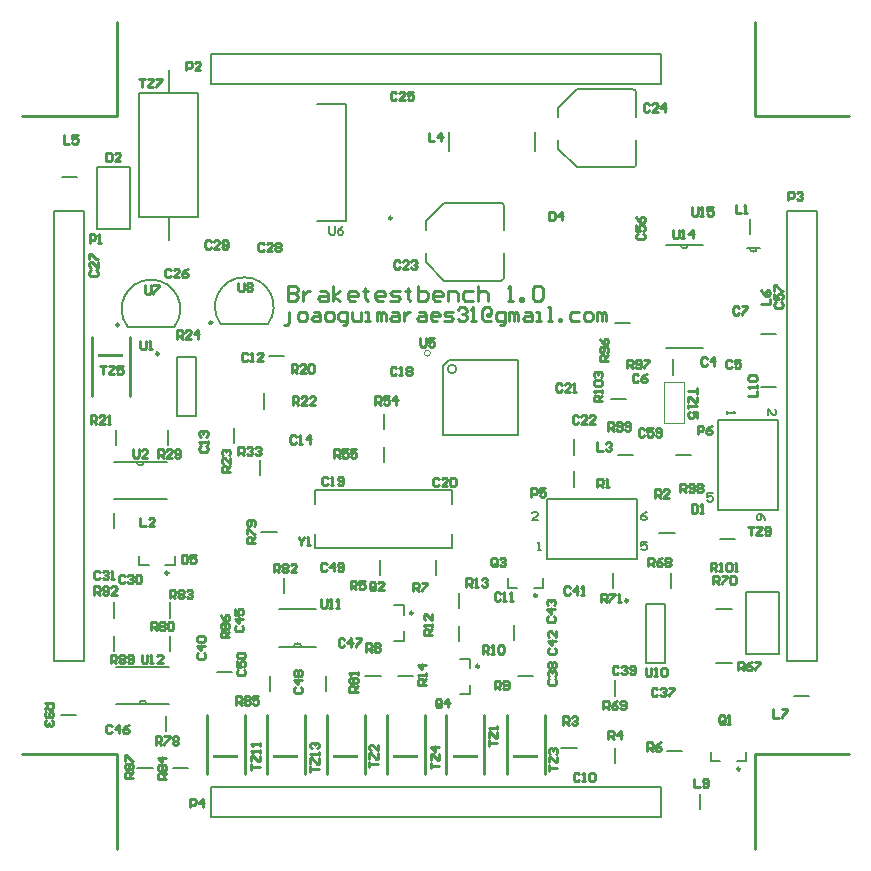
<source format=gto>
G04 Layer_Color=65535*
%FSLAX44Y44*%
%MOMM*%
G71*
G01*
G75*
%ADD41C,0.2032*%
%ADD61C,0.0000*%
%ADD62C,0.1524*%
%ADD63C,0.1500*%
%ADD64C,0.2500*%
%ADD65C,0.2000*%
%ADD66C,0.2540*%
%ADD67C,0.1270*%
%ADD68C,0.0500*%
%ADD69C,0.1999*%
G36*
X284529Y76698D02*
X263500D01*
Y79730D01*
X284529D01*
Y76698D01*
D02*
G37*
G36*
X233529D02*
X212500D01*
Y79730D01*
X233529D01*
Y76698D01*
D02*
G37*
G36*
X182729D02*
X161700D01*
Y79730D01*
X182729D01*
Y76698D01*
D02*
G37*
G36*
X335130D02*
X314100D01*
Y79730D01*
X335130D01*
Y76698D01*
D02*
G37*
G36*
X85500Y416270D02*
X64471D01*
Y419302D01*
X85500D01*
Y416270D01*
D02*
G37*
G36*
X436730Y76698D02*
X415700D01*
Y79730D01*
X436730D01*
Y76698D01*
D02*
G37*
G36*
X385530D02*
X364500D01*
Y79730D01*
X385530D01*
Y76698D01*
D02*
G37*
D41*
X629110Y278260D02*
X627925Y280630D01*
X625555Y283000D01*
X623185D01*
X622000Y281815D01*
Y279445D01*
X623185Y278260D01*
X624370D01*
X625555Y279445D01*
Y283000D01*
X584740Y301110D02*
X580000D01*
Y297555D01*
X582370Y298740D01*
X583555D01*
X584740Y297555D01*
Y295185D01*
X583555Y294000D01*
X581185D01*
X580000Y295185D01*
X631000Y367260D02*
Y372000D01*
X635740Y367260D01*
X636925D01*
X638110Y368445D01*
Y370815D01*
X636925Y372000D01*
X596520Y370320D02*
Y367950D01*
Y369135D01*
X603630D01*
X602445Y370320D01*
X528740Y285110D02*
X526370Y283925D01*
X524000Y281555D01*
Y279185D01*
X525185Y278000D01*
X527555D01*
X528740Y279185D01*
Y280370D01*
X527555Y281555D01*
X524000D01*
X528740Y260110D02*
X524000D01*
Y256555D01*
X526370Y257740D01*
X527555D01*
X528740Y256555D01*
Y254185D01*
X527555Y253000D01*
X525185D01*
X524000Y254185D01*
X436340Y277920D02*
X431600D01*
X436340Y282660D01*
Y283845D01*
X435155Y285030D01*
X432785D01*
X431600Y283845D01*
X436680Y252520D02*
X439050D01*
X437865D01*
Y259630D01*
X436680Y258445D01*
D61*
X345540Y419500D02*
G03*
X345540Y419500I-2540J0D01*
G01*
D62*
X367462Y406130D02*
G03*
X367462Y406130I-3592J0D01*
G01*
X557352Y511288D02*
G03*
X563448Y511288I3048J0D01*
G01*
X615952Y508494D02*
G03*
X622048Y508494I3048J0D01*
G01*
X236048Y170998D02*
G03*
X229952Y170998I-3048J0D01*
G01*
X105048Y122506D02*
G03*
X98952Y122506I-3048J0D01*
G01*
X96952Y327494D02*
G03*
X103048Y327494I3048J0D01*
G01*
X355960Y350250D02*
X419750D01*
Y413750D01*
X361330D02*
X419750D01*
X355960Y408380D02*
X361330Y413750D01*
X355960Y350250D02*
Y408380D01*
X544652Y423912D02*
X576148D01*
X563448Y511288D02*
X576148D01*
X557352D02*
X563448D01*
X544652D02*
X557352D01*
X613412Y508494D02*
X615952D01*
X622048D01*
X624588D01*
X216998Y170998D02*
X249002D01*
X216998Y203002D02*
X249002D01*
X79521Y153494D02*
X124479D01*
X79521Y122506D02*
X124479D01*
X77521Y296506D02*
X122479D01*
X77521Y327494D02*
X122479D01*
D63*
X520000Y640000D02*
G03*
X517000Y643000I-3000J0D01*
G01*
Y577000D02*
G03*
X520000Y580000I0J3000D01*
G01*
X408000Y544000D02*
G03*
X405000Y547000I-3000J0D01*
G01*
Y481000D02*
G03*
X408000Y484000I0J3000D01*
G01*
X469500Y643000D02*
X517000D01*
X520000Y619800D02*
Y639900D01*
X454000Y619800D02*
Y627500D01*
X469500Y643000D01*
X454000Y592500D02*
X469500Y577000D01*
X454000Y592500D02*
Y600200D01*
X520000Y580100D02*
Y600200D01*
X469500Y577000D02*
X517000D01*
X357500Y547000D02*
X405000D01*
X408000Y523800D02*
Y543900D01*
X342000Y523800D02*
Y531500D01*
X357500Y547000D01*
X342000Y496500D02*
X357500Y481000D01*
X342000Y496500D02*
Y504200D01*
X408000Y484100D02*
Y504200D01*
X357500Y481000D02*
X405000D01*
D64*
X435750Y214500D02*
G03*
X435750Y214500I-1250J0D01*
G01*
X386750Y154500D02*
G03*
X386750Y154500I-1250J0D01*
G01*
X512750Y210050D02*
G03*
X512750Y210050I-1250J0D01*
G01*
X607750Y67500D02*
G03*
X607750Y67500I-1250J0D01*
G01*
X160950Y445500D02*
G03*
X160950Y445500I-1250J0D01*
G01*
X81950Y443500D02*
G03*
X81950Y443500I-1250J0D01*
G01*
X115750Y419050D02*
G03*
X115750Y419050I-1250J0D01*
G01*
X123750Y233500D02*
G03*
X123750Y233500I-1250J0D01*
G01*
X313000Y534010D02*
G03*
X313000Y534010I-1250J0D01*
G01*
X330750Y199500D02*
G03*
X330750Y199500I-1250J0D01*
G01*
D65*
X207800Y444000D02*
G03*
X168200Y444000I-19800J15000D01*
G01*
X128800Y442000D02*
G03*
X89200Y442000I-19800J15000D01*
G01*
X159500Y647300D02*
X540500D01*
X178550Y672700D02*
X540500D01*
X159500D02*
X178550D01*
X159500Y647300D02*
Y672700D01*
X540500Y647300D02*
Y672700D01*
X549000Y220500D02*
Y233500D01*
X78000Y271500D02*
Y284500D01*
X123000Y341500D02*
Y354500D01*
X179000Y343500D02*
Y356500D01*
X588900Y286500D02*
X639700D01*
X588900Y362700D02*
X639700D01*
Y286500D02*
Y362700D01*
X588900Y286500D02*
Y362700D01*
Y286500D02*
Y335183D01*
X361500Y591000D02*
Y607000D01*
X434500Y591000D02*
Y607000D01*
X590500Y262000D02*
X603500D01*
X500000Y220500D02*
Y233500D01*
X616000Y520500D02*
Y533500D01*
X625500Y436000D02*
X638500D01*
X625500Y391000D02*
X638500D01*
X501500Y445000D02*
X514500D01*
X551000Y401500D02*
Y414500D01*
X504500Y333000D02*
X517500D01*
X553500D02*
X566500D01*
X498500Y381000D02*
X511500D01*
X306000Y355500D02*
Y368500D01*
Y327500D02*
Y340500D01*
X467000Y333500D02*
Y346500D01*
Y306500D02*
Y319500D01*
X520500Y244900D02*
Y295700D01*
X444300Y244900D02*
Y295700D01*
X520500D01*
X444300Y244900D02*
X520500D01*
X471817D02*
X520500D01*
X441000Y221000D02*
Y229000D01*
X433000Y221000D02*
X441000D01*
X411000D02*
Y229000D01*
Y221000D02*
X419000D01*
X370000Y175500D02*
Y188500D01*
Y203500D02*
Y216500D01*
X350000Y231500D02*
Y244500D01*
X303000Y231500D02*
Y244500D01*
X222000Y216500D02*
Y229500D01*
X210000Y133500D02*
Y146500D01*
X257000Y133500D02*
Y146500D01*
X290500Y146000D02*
X303500D01*
X318100D02*
X331100D01*
X371000Y161000D02*
X379000D01*
Y153000D02*
Y161000D01*
X371000Y131000D02*
X379000D01*
Y139000D01*
X419500Y146000D02*
X432500D01*
X416000Y176500D02*
Y189500D01*
X528000Y157000D02*
X544000D01*
X528000Y207000D02*
X544000D01*
Y157000D02*
Y207000D01*
X528000Y157000D02*
Y207000D01*
X502000Y129500D02*
Y142500D01*
X587500Y203000D02*
X600500D01*
X587500Y157000D02*
X600500D01*
X653500Y129000D02*
X666500D01*
X613000Y74000D02*
Y82000D01*
X605000Y74000D02*
X613000D01*
X583000D02*
Y82000D01*
Y74000D02*
X591000D01*
X545500Y83000D02*
X558500D01*
X574000Y33500D02*
Y46500D01*
X502000Y72500D02*
Y85500D01*
X456500Y85000D02*
X469500D01*
X159500Y27300D02*
X540500D01*
X178550Y52700D02*
X540500D01*
X159500D02*
X178550D01*
X159500Y27300D02*
Y52700D01*
X540500Y27300D02*
Y52700D01*
X164500Y150000D02*
X177500D01*
X202500Y268000D02*
X215500D01*
X201000Y316500D02*
Y329500D01*
X205000Y372500D02*
Y385500D01*
X208500Y417000D02*
X221500D01*
X168200Y444000D02*
X207800D01*
X89200Y442000D02*
X128800D01*
X131000Y366000D02*
X147000D01*
X131000Y416000D02*
X147000D01*
Y366000D02*
Y416000D01*
X131000Y366000D02*
Y416000D01*
X97500Y68000D02*
X110500D01*
X127500D02*
X140500D01*
X122000Y99500D02*
Y112500D01*
X32500Y113000D02*
X45500D01*
X125000Y195500D02*
Y208500D01*
Y167500D02*
Y180500D01*
X78000Y167500D02*
Y180500D01*
Y195500D02*
Y208500D01*
X129000Y240000D02*
Y248000D01*
X121000Y240000D02*
X129000D01*
X99000D02*
Y248000D01*
Y240000D02*
X107000D01*
X79000Y341500D02*
Y354500D01*
X33500Y569000D02*
X46500D01*
X27300Y159300D02*
Y540300D01*
X52700Y159300D02*
Y521250D01*
Y540300D01*
X27300D02*
X52700D01*
X27300Y159300D02*
X52700D01*
X249500Y531500D02*
X274000D01*
Y630500D01*
X249500D02*
X274000D01*
X91000Y524500D02*
Y577500D01*
X63000Y524500D02*
Y577500D01*
Y524500D02*
X91000D01*
X63000Y577500D02*
X91000D01*
X647300Y159300D02*
Y540300D01*
X672700Y159300D02*
Y521250D01*
Y540300D01*
X647300D02*
X672700D01*
X647300Y159300D02*
X672700D01*
X539500Y267000D02*
X552500D01*
X315000Y206000D02*
X323000D01*
Y198000D02*
Y206000D01*
X315000Y176000D02*
X323000D01*
Y184000D01*
X641000Y164500D02*
Y217500D01*
X613000Y164500D02*
Y217500D01*
Y164500D02*
X641000D01*
X613000Y217500D02*
X641000D01*
D66*
X410160Y63000D02*
Y113000D01*
X442240Y63000D02*
Y113000D01*
X358960Y63000D02*
Y113000D01*
X391040Y63000D02*
Y113000D01*
X308560Y63000D02*
Y113000D01*
X340640Y63000D02*
Y113000D01*
X257960Y63000D02*
Y113000D01*
X290040Y63000D02*
Y113000D01*
X206960Y63000D02*
Y113000D01*
X239040Y63000D02*
Y113000D01*
X156160Y63000D02*
Y113000D01*
X188240Y63000D02*
Y113000D01*
X0Y80000D02*
X80000D01*
X91040Y383000D02*
Y433000D01*
X58960Y383000D02*
Y433000D01*
X620000Y620000D02*
X700000D01*
X620000D02*
Y700000D01*
Y0D02*
Y80000D01*
X700000D01*
X80000Y0D02*
Y80000D01*
X0D02*
X80000D01*
X0Y620000D02*
X80000D01*
Y700000D01*
X337000Y432110D02*
Y426185D01*
X338185Y425000D01*
X340555D01*
X341740Y426185D01*
Y432110D01*
X348849D02*
X344110D01*
Y428555D01*
X346480Y429740D01*
X347665D01*
X348849Y428555D01*
Y426185D01*
X347665Y425000D01*
X345295D01*
X344110Y426185D01*
X614890Y383000D02*
X622000D01*
Y387740D01*
Y390110D02*
Y392480D01*
Y391295D01*
X614890D01*
X616075Y390110D01*
Y396034D02*
X614890Y397219D01*
Y399589D01*
X616075Y400774D01*
X620815D01*
X622000Y399589D01*
Y397219D01*
X620815Y396034D01*
X616075D01*
X569000Y59110D02*
Y52000D01*
X573740D01*
X576110Y53185D02*
X577295Y52000D01*
X579665D01*
X580849Y53185D01*
Y57925D01*
X579665Y59110D01*
X577295D01*
X576110Y57925D01*
Y56740D01*
X577295Y55555D01*
X580849D01*
X135000Y249110D02*
Y242000D01*
X138555D01*
X139740Y243185D01*
Y247925D01*
X138555Y249110D01*
X135000D01*
X146849D02*
X142110D01*
Y245555D01*
X144480Y246740D01*
X145665D01*
X146849Y245555D01*
Y243185D01*
X145665Y242000D01*
X143295D01*
X142110Y243185D01*
X35000Y604110D02*
Y597000D01*
X39740D01*
X46849Y604110D02*
X42110D01*
Y600555D01*
X44480Y601740D01*
X45665D01*
X46849Y600555D01*
Y598185D01*
X45665Y597000D01*
X43295D01*
X42110Y598185D01*
X625890Y461000D02*
X633000D01*
Y465740D01*
X625890Y472850D02*
X627075Y470480D01*
X629445Y468110D01*
X631815D01*
X633000Y469295D01*
Y471665D01*
X631815Y472850D01*
X630630D01*
X629445Y471665D01*
Y468110D01*
X636000Y118110D02*
Y111000D01*
X640740D01*
X643110Y118110D02*
X647850D01*
Y116925D01*
X643110Y112185D01*
Y111000D01*
X234000Y264110D02*
Y262925D01*
X236370Y260555D01*
X238740Y262925D01*
Y264110D01*
X236370Y260555D02*
Y257000D01*
X241110D02*
X243480D01*
X242295D01*
Y264110D01*
X241110Y262925D01*
X567000Y543110D02*
Y537185D01*
X568185Y536000D01*
X570555D01*
X571740Y537185D01*
Y543110D01*
X574110Y536000D02*
X576480D01*
X575295D01*
Y543110D01*
X574110Y541925D01*
X584774Y543110D02*
X580034D01*
Y539555D01*
X582404Y540740D01*
X583589D01*
X584774Y539555D01*
Y537185D01*
X583589Y536000D01*
X581219D01*
X580034Y537185D01*
X551000Y524110D02*
Y518185D01*
X552185Y517000D01*
X554555D01*
X555740Y518185D01*
Y524110D01*
X558110Y517000D02*
X560480D01*
X559295D01*
Y524110D01*
X558110Y522925D01*
X567589Y517000D02*
Y524110D01*
X564034Y520555D01*
X568774D01*
X253000Y211110D02*
Y205185D01*
X254185Y204000D01*
X256555D01*
X257740Y205185D01*
Y211110D01*
X260110Y204000D02*
X262480D01*
X261295D01*
Y211110D01*
X260110Y209925D01*
X266034Y204000D02*
X268404D01*
X267219D01*
Y211110D01*
X266034Y209925D01*
X528000Y153110D02*
Y147185D01*
X529185Y146000D01*
X531555D01*
X532740Y147185D01*
Y153110D01*
X535110Y146000D02*
X537480D01*
X536295D01*
Y153110D01*
X535110Y151925D01*
X541035D02*
X542219Y153110D01*
X544589D01*
X545774Y151925D01*
Y147185D01*
X544589Y146000D01*
X542219D01*
X541035Y147185D01*
Y151925D01*
X183000Y479110D02*
Y473185D01*
X184185Y472000D01*
X186555D01*
X187740Y473185D01*
Y479110D01*
X190110Y477925D02*
X191295Y479110D01*
X193664D01*
X194849Y477925D01*
Y476740D01*
X193664Y475555D01*
X194849Y474370D01*
Y473185D01*
X193664Y472000D01*
X191295D01*
X190110Y473185D01*
Y474370D01*
X191295Y475555D01*
X190110Y476740D01*
Y477925D01*
X191295Y475555D02*
X193664D01*
X104000Y477110D02*
Y471185D01*
X105185Y470000D01*
X107555D01*
X108740Y471185D01*
Y477110D01*
X111110D02*
X115850D01*
Y475925D01*
X111110Y471185D01*
Y470000D01*
X94000Y338110D02*
Y332185D01*
X95185Y331000D01*
X97555D01*
X98740Y332185D01*
Y338110D01*
X105850Y331000D02*
X101110D01*
X105850Y335740D01*
Y336925D01*
X104664Y338110D01*
X102295D01*
X101110Y336925D01*
X100000Y430110D02*
Y424185D01*
X101185Y423000D01*
X103555D01*
X104740Y424185D01*
Y430110D01*
X107110Y423000D02*
X109480D01*
X108295D01*
Y430110D01*
X107110Y428925D01*
X571110Y390000D02*
Y385260D01*
Y387630D01*
X564000D01*
X571110Y382890D02*
Y378150D01*
X569925D01*
X565185Y382890D01*
X564000D01*
Y378150D01*
Y375781D02*
Y373411D01*
Y374596D01*
X571110D01*
X569925Y375781D01*
X571110Y365116D02*
Y369856D01*
X567555D01*
X568740Y367486D01*
Y366301D01*
X567555Y365116D01*
X565185D01*
X564000Y366301D01*
Y368671D01*
X565185Y369856D01*
X243890Y65000D02*
Y69740D01*
Y67370D01*
X251000D01*
X243890Y72110D02*
Y76849D01*
X245075D01*
X249815Y72110D01*
X251000D01*
Y76849D01*
Y79219D02*
Y81589D01*
Y80404D01*
X243890D01*
X245075Y79219D01*
Y85144D02*
X243890Y86329D01*
Y88699D01*
X245075Y89884D01*
X246260D01*
X247445Y88699D01*
Y87514D01*
Y88699D01*
X248630Y89884D01*
X249815D01*
X251000Y88699D01*
Y86329D01*
X249815Y85144D01*
X193890Y67000D02*
Y71740D01*
Y69370D01*
X201000D01*
X193890Y74110D02*
Y78850D01*
X195075D01*
X199815Y74110D01*
X201000D01*
Y78850D01*
Y81219D02*
Y83589D01*
Y82404D01*
X193890D01*
X195075Y81219D01*
X201000Y87144D02*
Y89514D01*
Y88329D01*
X193890D01*
X195075Y87144D01*
X614483Y272347D02*
X619223D01*
X616853D01*
Y265237D01*
X621593Y272347D02*
X626333D01*
Y271162D01*
X621593Y266422D01*
Y265237D01*
X626333D01*
X628703Y266422D02*
X629888Y265237D01*
X632258D01*
X633442Y266422D01*
Y271162D01*
X632258Y272347D01*
X629888D01*
X628703Y271162D01*
Y269977D01*
X629888Y268792D01*
X633442D01*
X99000Y652109D02*
X103740D01*
X101370D01*
Y644999D01*
X106110Y652109D02*
X110850D01*
Y650924D01*
X106110Y646184D01*
Y644999D01*
X110850D01*
X113219Y652109D02*
X117959D01*
Y650924D01*
X113219Y646184D01*
Y644999D01*
X66000Y409110D02*
X70740D01*
X68370D01*
Y402000D01*
X73110Y409110D02*
X77849D01*
Y407925D01*
X73110Y403185D01*
Y402000D01*
X77849D01*
X84959Y409110D02*
X80219D01*
Y405555D01*
X82589Y406740D01*
X83774D01*
X84959Y405555D01*
Y403185D01*
X83774Y402000D01*
X81404D01*
X80219Y403185D01*
X345890Y68000D02*
Y72740D01*
Y70370D01*
X353000D01*
X345890Y75110D02*
Y79850D01*
X347075D01*
X351815Y75110D01*
X353000D01*
Y79850D01*
Y85774D02*
X345890D01*
X349445Y82219D01*
Y86959D01*
X445890Y66000D02*
Y70740D01*
Y68370D01*
X453000D01*
X445890Y73110D02*
Y77849D01*
X447075D01*
X451815Y73110D01*
X453000D01*
Y77849D01*
X447075Y80219D02*
X445890Y81404D01*
Y83774D01*
X447075Y84959D01*
X448260D01*
X449445Y83774D01*
Y82589D01*
Y83774D01*
X450630Y84959D01*
X451815D01*
X453000Y83774D01*
Y81404D01*
X451815Y80219D01*
X293890Y69000D02*
Y73740D01*
Y71370D01*
X301000D01*
X293890Y76110D02*
Y80850D01*
X295075D01*
X299815Y76110D01*
X301000D01*
Y80850D01*
Y87959D02*
Y83219D01*
X296260Y87959D01*
X295075D01*
X293890Y86774D01*
Y84404D01*
X295075Y83219D01*
X394890Y87000D02*
Y91740D01*
Y89370D01*
X402000D01*
X394890Y94110D02*
Y98849D01*
X396075D01*
X400815Y94110D01*
X402000D01*
Y98849D01*
Y101219D02*
Y103589D01*
Y102404D01*
X394890D01*
X396075Y101219D01*
X491000Y379000D02*
X483890D01*
Y382555D01*
X485075Y383740D01*
X487445D01*
X488630Y382555D01*
Y379000D01*
Y381370D02*
X491000Y383740D01*
Y386110D02*
Y388480D01*
Y387295D01*
X483890D01*
X485075Y386110D01*
Y392034D02*
X483890Y393219D01*
Y395589D01*
X485075Y396774D01*
X489815D01*
X491000Y395589D01*
Y393219D01*
X489815Y392034D01*
X485075D01*
Y399144D02*
X483890Y400329D01*
Y402699D01*
X485075Y403884D01*
X486260D01*
X487445Y402699D01*
Y401514D01*
Y402699D01*
X488630Y403884D01*
X489815D01*
X491000Y402699D01*
Y400329D01*
X489815Y399144D01*
X583000Y235000D02*
Y242110D01*
X586555D01*
X587740Y240925D01*
Y238555D01*
X586555Y237370D01*
X583000D01*
X585370D02*
X587740Y235000D01*
X590110D02*
X592480D01*
X591295D01*
Y242110D01*
X590110Y240925D01*
X596034D02*
X597219Y242110D01*
X599589D01*
X600774Y240925D01*
Y236185D01*
X599589Y235000D01*
X597219D01*
X596034Y236185D01*
Y240925D01*
X603144Y235000D02*
X605514D01*
X604329D01*
Y242110D01*
X603144Y240925D01*
X496000Y354000D02*
Y361110D01*
X499555D01*
X500740Y359925D01*
Y357555D01*
X499555Y356370D01*
X496000D01*
X498370D02*
X500740Y354000D01*
X503110Y355185D02*
X504295Y354000D01*
X506665D01*
X507850Y355185D01*
Y359925D01*
X506665Y361110D01*
X504295D01*
X503110Y359925D01*
Y358740D01*
X504295Y357555D01*
X507850D01*
X510219Y355185D02*
X511404Y354000D01*
X513774D01*
X514959Y355185D01*
Y359925D01*
X513774Y361110D01*
X511404D01*
X510219Y359925D01*
Y358740D01*
X511404Y357555D01*
X514959D01*
X557000Y302000D02*
Y309110D01*
X560555D01*
X561740Y307925D01*
Y305555D01*
X560555Y304370D01*
X557000D01*
X559370D02*
X561740Y302000D01*
X564110Y303185D02*
X565295Y302000D01*
X567664D01*
X568849Y303185D01*
Y307925D01*
X567664Y309110D01*
X565295D01*
X564110Y307925D01*
Y306740D01*
X565295Y305555D01*
X568849D01*
X571219Y307925D02*
X572404Y309110D01*
X574774D01*
X575959Y307925D01*
Y306740D01*
X574774Y305555D01*
X575959Y304370D01*
Y303185D01*
X574774Y302000D01*
X572404D01*
X571219Y303185D01*
Y304370D01*
X572404Y305555D01*
X571219Y306740D01*
Y307925D01*
X572404Y305555D02*
X574774D01*
X512000Y407000D02*
Y414110D01*
X515555D01*
X516740Y412925D01*
Y410555D01*
X515555Y409370D01*
X512000D01*
X514370D02*
X516740Y407000D01*
X519110Y408185D02*
X520295Y407000D01*
X522664D01*
X523849Y408185D01*
Y412925D01*
X522664Y414110D01*
X520295D01*
X519110Y412925D01*
Y411740D01*
X520295Y410555D01*
X523849D01*
X526219Y414110D02*
X530959D01*
Y412925D01*
X526219Y408185D01*
Y407000D01*
X496000Y413000D02*
X488890D01*
Y416555D01*
X490075Y417740D01*
X492445D01*
X493630Y416555D01*
Y413000D01*
Y415370D02*
X496000Y417740D01*
X494815Y420110D02*
X496000Y421295D01*
Y423665D01*
X494815Y424850D01*
X490075D01*
X488890Y423665D01*
Y421295D01*
X490075Y420110D01*
X491260D01*
X492445Y421295D01*
Y424850D01*
X488890Y431959D02*
X490075Y429589D01*
X492445Y427219D01*
X494815D01*
X496000Y428404D01*
Y430774D01*
X494815Y431959D01*
X493630D01*
X492445Y430774D01*
Y427219D01*
X19000Y123000D02*
X26110D01*
Y119445D01*
X24925Y118260D01*
X22555D01*
X21370Y119445D01*
Y123000D01*
Y120630D02*
X19000Y118260D01*
X20185Y115890D02*
X19000Y114705D01*
Y112336D01*
X20185Y111151D01*
X24925D01*
X26110Y112336D01*
Y114705D01*
X24925Y115890D01*
X23740D01*
X22555Y114705D01*
Y111151D01*
X24925Y108781D02*
X26110Y107596D01*
Y105226D01*
X24925Y104041D01*
X23740D01*
X22555Y105226D01*
Y106411D01*
Y105226D01*
X21370Y104041D01*
X20185D01*
X19000Y105226D01*
Y107596D01*
X20185Y108781D01*
X61000Y215000D02*
Y222110D01*
X64555D01*
X65740Y220925D01*
Y218555D01*
X64555Y217370D01*
X61000D01*
X63370D02*
X65740Y215000D01*
X68110Y216185D02*
X69295Y215000D01*
X71665D01*
X72849Y216185D01*
Y220925D01*
X71665Y222110D01*
X69295D01*
X68110Y220925D01*
Y219740D01*
X69295Y218555D01*
X72849D01*
X79959Y215000D02*
X75219D01*
X79959Y219740D01*
Y220925D01*
X78774Y222110D01*
X76404D01*
X75219Y220925D01*
X75000Y157000D02*
Y164110D01*
X78555D01*
X79740Y162925D01*
Y160555D01*
X78555Y159370D01*
X75000D01*
X77370D02*
X79740Y157000D01*
X82110Y162925D02*
X83295Y164110D01*
X85665D01*
X86849Y162925D01*
Y161740D01*
X85665Y160555D01*
X86849Y159370D01*
Y158185D01*
X85665Y157000D01*
X83295D01*
X82110Y158185D01*
Y159370D01*
X83295Y160555D01*
X82110Y161740D01*
Y162925D01*
X83295Y160555D02*
X85665D01*
X89219Y158185D02*
X90404Y157000D01*
X92774D01*
X93959Y158185D01*
Y162925D01*
X92774Y164110D01*
X90404D01*
X89219Y162925D01*
Y161740D01*
X90404Y160555D01*
X93959D01*
X94000Y60000D02*
X86890D01*
Y63555D01*
X88075Y64740D01*
X90445D01*
X91630Y63555D01*
Y60000D01*
Y62370D02*
X94000Y64740D01*
X88075Y67110D02*
X86890Y68295D01*
Y70665D01*
X88075Y71849D01*
X89260D01*
X90445Y70665D01*
X91630Y71849D01*
X92815D01*
X94000Y70665D01*
Y68295D01*
X92815Y67110D01*
X91630D01*
X90445Y68295D01*
X89260Y67110D01*
X88075D01*
X90445Y68295D02*
Y70665D01*
X86890Y74219D02*
Y78959D01*
X88075D01*
X92815Y74219D01*
X94000D01*
X175000Y179000D02*
X167890D01*
Y182555D01*
X169075Y183740D01*
X171445D01*
X172630Y182555D01*
Y179000D01*
Y181370D02*
X175000Y183740D01*
X169075Y186110D02*
X167890Y187295D01*
Y189664D01*
X169075Y190849D01*
X170260D01*
X171445Y189664D01*
X172630Y190849D01*
X173815D01*
X175000Y189664D01*
Y187295D01*
X173815Y186110D01*
X172630D01*
X171445Y187295D01*
X170260Y186110D01*
X169075D01*
X171445Y187295D02*
Y189664D01*
X167890Y197959D02*
X169075Y195589D01*
X171445Y193219D01*
X173815D01*
X175000Y194404D01*
Y196774D01*
X173815Y197959D01*
X172630D01*
X171445Y196774D01*
Y193219D01*
X181000Y122000D02*
Y129110D01*
X184555D01*
X185740Y127925D01*
Y125555D01*
X184555Y124370D01*
X181000D01*
X183370D02*
X185740Y122000D01*
X188110Y127925D02*
X189295Y129110D01*
X191665D01*
X192850Y127925D01*
Y126740D01*
X191665Y125555D01*
X192850Y124370D01*
Y123185D01*
X191665Y122000D01*
X189295D01*
X188110Y123185D01*
Y124370D01*
X189295Y125555D01*
X188110Y126740D01*
Y127925D01*
X189295Y125555D02*
X191665D01*
X199959Y129110D02*
X195219D01*
Y125555D01*
X197589Y126740D01*
X198774D01*
X199959Y125555D01*
Y123185D01*
X198774Y122000D01*
X196404D01*
X195219Y123185D01*
X122000Y59000D02*
X114890D01*
Y62555D01*
X116075Y63740D01*
X118445D01*
X119630Y62555D01*
Y59000D01*
Y61370D02*
X122000Y63740D01*
X116075Y66110D02*
X114890Y67295D01*
Y69665D01*
X116075Y70849D01*
X117260D01*
X118445Y69665D01*
X119630Y70849D01*
X120815D01*
X122000Y69665D01*
Y67295D01*
X120815Y66110D01*
X119630D01*
X118445Y67295D01*
X117260Y66110D01*
X116075D01*
X118445Y67295D02*
Y69665D01*
X122000Y76774D02*
X114890D01*
X118445Y73219D01*
Y77959D01*
X125000Y212000D02*
Y219110D01*
X128555D01*
X129740Y217925D01*
Y215555D01*
X128555Y214370D01*
X125000D01*
X127370D02*
X129740Y212000D01*
X132110Y217925D02*
X133295Y219110D01*
X135665D01*
X136849Y217925D01*
Y216740D01*
X135665Y215555D01*
X136849Y214370D01*
Y213185D01*
X135665Y212000D01*
X133295D01*
X132110Y213185D01*
Y214370D01*
X133295Y215555D01*
X132110Y216740D01*
Y217925D01*
X133295Y215555D02*
X135665D01*
X139219Y217925D02*
X140404Y219110D01*
X142774D01*
X143959Y217925D01*
Y216740D01*
X142774Y215555D01*
X141589D01*
X142774D01*
X143959Y214370D01*
Y213185D01*
X142774Y212000D01*
X140404D01*
X139219Y213185D01*
X284000Y133000D02*
X276890D01*
Y136555D01*
X278075Y137740D01*
X280445D01*
X281630Y136555D01*
Y133000D01*
Y135370D02*
X284000Y137740D01*
X278075Y140110D02*
X276890Y141295D01*
Y143665D01*
X278075Y144850D01*
X279260D01*
X280445Y143665D01*
X281630Y144850D01*
X282815D01*
X284000Y143665D01*
Y141295D01*
X282815Y140110D01*
X281630D01*
X280445Y141295D01*
X279260Y140110D01*
X278075D01*
X280445Y141295D02*
Y143665D01*
X284000Y147219D02*
Y149589D01*
Y148404D01*
X276890D01*
X278075Y147219D01*
X109000Y185000D02*
Y192110D01*
X112555D01*
X113740Y190925D01*
Y188555D01*
X112555Y187370D01*
X109000D01*
X111370D02*
X113740Y185000D01*
X116110Y190925D02*
X117295Y192110D01*
X119665D01*
X120850Y190925D01*
Y189740D01*
X119665Y188555D01*
X120850Y187370D01*
Y186185D01*
X119665Y185000D01*
X117295D01*
X116110Y186185D01*
Y187370D01*
X117295Y188555D01*
X116110Y189740D01*
Y190925D01*
X117295Y188555D02*
X119665D01*
X123219Y190925D02*
X124404Y192110D01*
X126774D01*
X127959Y190925D01*
Y186185D01*
X126774Y185000D01*
X124404D01*
X123219Y186185D01*
Y190925D01*
X197000Y259000D02*
X189890D01*
Y262555D01*
X191075Y263740D01*
X193445D01*
X194630Y262555D01*
Y259000D01*
Y261370D02*
X197000Y263740D01*
X189890Y266110D02*
Y270849D01*
X191075D01*
X195815Y266110D01*
X197000D01*
X195815Y273219D02*
X197000Y274404D01*
Y276774D01*
X195815Y277959D01*
X191075D01*
X189890Y276774D01*
Y274404D01*
X191075Y273219D01*
X192260D01*
X193445Y274404D01*
Y277959D01*
X113000Y88000D02*
Y95110D01*
X116555D01*
X117740Y93925D01*
Y91555D01*
X116555Y90370D01*
X113000D01*
X115370D02*
X117740Y88000D01*
X120110Y95110D02*
X124850D01*
Y93925D01*
X120110Y89185D01*
Y88000D01*
X127219Y93925D02*
X128404Y95110D01*
X130774D01*
X131959Y93925D01*
Y92740D01*
X130774Y91555D01*
X131959Y90370D01*
Y89185D01*
X130774Y88000D01*
X128404D01*
X127219Y89185D01*
Y90370D01*
X128404Y91555D01*
X127219Y92740D01*
Y93925D01*
X128404Y91555D02*
X130774D01*
X490000Y209000D02*
Y216110D01*
X493555D01*
X494740Y214925D01*
Y212555D01*
X493555Y211370D01*
X490000D01*
X492370D02*
X494740Y209000D01*
X497110Y216110D02*
X501850D01*
Y214925D01*
X497110Y210185D01*
Y209000D01*
X504219D02*
X506589D01*
X505404D01*
Y216110D01*
X504219Y214925D01*
X585000Y224000D02*
Y231110D01*
X588555D01*
X589740Y229925D01*
Y227555D01*
X588555Y226370D01*
X585000D01*
X587370D02*
X589740Y224000D01*
X592110Y231110D02*
X596850D01*
Y229925D01*
X592110Y225185D01*
Y224000D01*
X599219Y229925D02*
X600404Y231110D01*
X602774D01*
X603959Y229925D01*
Y225185D01*
X602774Y224000D01*
X600404D01*
X599219Y225185D01*
Y229925D01*
X492000Y118000D02*
Y125110D01*
X495555D01*
X496740Y123925D01*
Y121555D01*
X495555Y120370D01*
X492000D01*
X494370D02*
X496740Y118000D01*
X503849Y125110D02*
X501480Y123925D01*
X499110Y121555D01*
Y119185D01*
X500295Y118000D01*
X502665D01*
X503849Y119185D01*
Y120370D01*
X502665Y121555D01*
X499110D01*
X506219Y119185D02*
X507404Y118000D01*
X509774D01*
X510959Y119185D01*
Y123925D01*
X509774Y125110D01*
X507404D01*
X506219Y123925D01*
Y122740D01*
X507404Y121555D01*
X510959D01*
X530000Y239000D02*
Y246110D01*
X533555D01*
X534740Y244925D01*
Y242555D01*
X533555Y241370D01*
X530000D01*
X532370D02*
X534740Y239000D01*
X541850Y246110D02*
X539480Y244925D01*
X537110Y242555D01*
Y240185D01*
X538295Y239000D01*
X540665D01*
X541850Y240185D01*
Y241370D01*
X540665Y242555D01*
X537110D01*
X544219Y244925D02*
X545404Y246110D01*
X547774D01*
X548959Y244925D01*
Y243740D01*
X547774Y242555D01*
X548959Y241370D01*
Y240185D01*
X547774Y239000D01*
X545404D01*
X544219Y240185D01*
Y241370D01*
X545404Y242555D01*
X544219Y243740D01*
Y244925D01*
X545404Y242555D02*
X547774D01*
X606000Y151000D02*
Y158110D01*
X609555D01*
X610740Y156925D01*
Y154555D01*
X609555Y153370D01*
X606000D01*
X608370D02*
X610740Y151000D01*
X617850Y158110D02*
X615480Y156925D01*
X613110Y154555D01*
Y152185D01*
X614295Y151000D01*
X616665D01*
X617850Y152185D01*
Y153370D01*
X616665Y154555D01*
X613110D01*
X620219Y158110D02*
X624959D01*
Y156925D01*
X620219Y152185D01*
Y151000D01*
X264000Y331000D02*
Y338110D01*
X267555D01*
X268740Y336925D01*
Y334555D01*
X267555Y333370D01*
X264000D01*
X266370D02*
X268740Y331000D01*
X275849Y338110D02*
X271110D01*
Y334555D01*
X273480Y335740D01*
X274665D01*
X275849Y334555D01*
Y332185D01*
X274665Y331000D01*
X272295D01*
X271110Y332185D01*
X282959Y338110D02*
X278219D01*
Y334555D01*
X280589Y335740D01*
X281774D01*
X282959Y334555D01*
Y332185D01*
X281774Y331000D01*
X279404D01*
X278219Y332185D01*
X299000Y376000D02*
Y383110D01*
X302555D01*
X303740Y381925D01*
Y379555D01*
X302555Y378370D01*
X299000D01*
X301370D02*
X303740Y376000D01*
X310849Y383110D02*
X306110D01*
Y379555D01*
X308480Y380740D01*
X309665D01*
X310849Y379555D01*
Y377185D01*
X309665Y376000D01*
X307295D01*
X306110Y377185D01*
X316774Y376000D02*
Y383110D01*
X313219Y379555D01*
X317959D01*
X183000Y333000D02*
Y340110D01*
X186555D01*
X187740Y338925D01*
Y336555D01*
X186555Y335370D01*
X183000D01*
X185370D02*
X187740Y333000D01*
X190110Y338925D02*
X191295Y340110D01*
X193664D01*
X194849Y338925D01*
Y337740D01*
X193664Y336555D01*
X192480D01*
X193664D01*
X194849Y335370D01*
Y334185D01*
X193664Y333000D01*
X191295D01*
X190110Y334185D01*
X197219Y338925D02*
X198404Y340110D01*
X200774D01*
X201959Y338925D01*
Y337740D01*
X200774Y336555D01*
X199589D01*
X200774D01*
X201959Y335370D01*
Y334185D01*
X200774Y333000D01*
X198404D01*
X197219Y334185D01*
X115000Y331000D02*
Y338110D01*
X118555D01*
X119740Y336925D01*
Y334555D01*
X118555Y333370D01*
X115000D01*
X117370D02*
X119740Y331000D01*
X126849D02*
X122110D01*
X126849Y335740D01*
Y336925D01*
X125665Y338110D01*
X123295D01*
X122110Y336925D01*
X129219Y332185D02*
X130404Y331000D01*
X132774D01*
X133959Y332185D01*
Y336925D01*
X132774Y338110D01*
X130404D01*
X129219Y336925D01*
Y335740D01*
X130404Y334555D01*
X133959D01*
X131000Y432000D02*
Y439110D01*
X134555D01*
X135740Y437925D01*
Y435555D01*
X134555Y434370D01*
X131000D01*
X133370D02*
X135740Y432000D01*
X142850D02*
X138110D01*
X142850Y436740D01*
Y437925D01*
X141664Y439110D01*
X139295D01*
X138110Y437925D01*
X148774Y432000D02*
Y439110D01*
X145219Y435555D01*
X149959D01*
X176000Y319000D02*
X168890D01*
Y322555D01*
X170075Y323740D01*
X172445D01*
X173630Y322555D01*
Y319000D01*
Y321370D02*
X176000Y323740D01*
Y330849D02*
Y326110D01*
X171260Y330849D01*
X170075D01*
X168890Y329664D01*
Y327295D01*
X170075Y326110D01*
Y333219D02*
X168890Y334404D01*
Y336774D01*
X170075Y337959D01*
X171260D01*
X172445Y336774D01*
Y335589D01*
Y336774D01*
X173630Y337959D01*
X174815D01*
X176000Y336774D01*
Y334404D01*
X174815Y333219D01*
X229000Y376000D02*
Y383110D01*
X232555D01*
X233740Y381925D01*
Y379555D01*
X232555Y378370D01*
X229000D01*
X231370D02*
X233740Y376000D01*
X240849D02*
X236110D01*
X240849Y380740D01*
Y381925D01*
X239664Y383110D01*
X237295D01*
X236110Y381925D01*
X247959Y376000D02*
X243219D01*
X247959Y380740D01*
Y381925D01*
X246774Y383110D01*
X244404D01*
X243219Y381925D01*
X58000Y360000D02*
Y367110D01*
X61555D01*
X62740Y365925D01*
Y363555D01*
X61555Y362370D01*
X58000D01*
X60370D02*
X62740Y360000D01*
X69850D02*
X65110D01*
X69850Y364740D01*
Y365925D01*
X68665Y367110D01*
X66295D01*
X65110Y365925D01*
X72219Y360000D02*
X74589D01*
X73404D01*
Y367110D01*
X72219Y365925D01*
X228000Y403000D02*
Y410110D01*
X231555D01*
X232740Y408925D01*
Y406555D01*
X231555Y405370D01*
X228000D01*
X230370D02*
X232740Y403000D01*
X239849D02*
X235110D01*
X239849Y407740D01*
Y408925D01*
X238664Y410110D01*
X236295D01*
X235110Y408925D01*
X242219D02*
X243404Y410110D01*
X245774D01*
X246959Y408925D01*
Y404185D01*
X245774Y403000D01*
X243404D01*
X242219Y404185D01*
Y408925D01*
X342000Y139000D02*
X334890D01*
Y142555D01*
X336075Y143740D01*
X338445D01*
X339630Y142555D01*
Y139000D01*
Y141370D02*
X342000Y143740D01*
Y146110D02*
Y148480D01*
Y147295D01*
X334890D01*
X336075Y146110D01*
X342000Y155589D02*
X334890D01*
X338445Y152034D01*
Y156774D01*
X376000Y222000D02*
Y229110D01*
X379555D01*
X380740Y227925D01*
Y225555D01*
X379555Y224370D01*
X376000D01*
X378370D02*
X380740Y222000D01*
X383110D02*
X385480D01*
X384295D01*
Y229110D01*
X383110Y227925D01*
X389035D02*
X390219Y229110D01*
X392589D01*
X393774Y227925D01*
Y226740D01*
X392589Y225555D01*
X391404D01*
X392589D01*
X393774Y224370D01*
Y223185D01*
X392589Y222000D01*
X390219D01*
X389035Y223185D01*
X347000Y181000D02*
X339890D01*
Y184555D01*
X341075Y185740D01*
X343445D01*
X344630Y184555D01*
Y181000D01*
Y183370D02*
X347000Y185740D01*
Y188110D02*
Y190480D01*
Y189295D01*
X339890D01*
X341075Y188110D01*
X347000Y198774D02*
Y194034D01*
X342260Y198774D01*
X341075D01*
X339890Y197589D01*
Y195219D01*
X341075Y194034D01*
X390000Y165000D02*
Y172110D01*
X393555D01*
X394740Y170925D01*
Y168555D01*
X393555Y167370D01*
X390000D01*
X392370D02*
X394740Y165000D01*
X397110D02*
X399480D01*
X398295D01*
Y172110D01*
X397110Y170925D01*
X403034D02*
X404219Y172110D01*
X406589D01*
X407774Y170925D01*
Y166185D01*
X406589Y165000D01*
X404219D01*
X403034Y166185D01*
Y170925D01*
X400000Y135000D02*
Y142110D01*
X403555D01*
X404740Y140925D01*
Y138555D01*
X403555Y137370D01*
X400000D01*
X402370D02*
X404740Y135000D01*
X407110Y136185D02*
X408295Y135000D01*
X410664D01*
X411850Y136185D01*
Y140925D01*
X410664Y142110D01*
X408295D01*
X407110Y140925D01*
Y139740D01*
X408295Y138555D01*
X411850D01*
X291000Y167000D02*
Y174110D01*
X294555D01*
X295740Y172925D01*
Y170555D01*
X294555Y169370D01*
X291000D01*
X293370D02*
X295740Y167000D01*
X298110Y172925D02*
X299295Y174110D01*
X301665D01*
X302850Y172925D01*
Y171740D01*
X301665Y170555D01*
X302850Y169370D01*
Y168185D01*
X301665Y167000D01*
X299295D01*
X298110Y168185D01*
Y169370D01*
X299295Y170555D01*
X298110Y171740D01*
Y172925D01*
X299295Y170555D02*
X301665D01*
X331000Y218000D02*
Y225110D01*
X334555D01*
X335740Y223925D01*
Y221555D01*
X334555Y220370D01*
X331000D01*
X333370D02*
X335740Y218000D01*
X338110Y225110D02*
X342850D01*
Y223925D01*
X338110Y219185D01*
Y218000D01*
X529000Y83000D02*
Y90110D01*
X532555D01*
X533740Y88925D01*
Y86555D01*
X532555Y85370D01*
X529000D01*
X531370D02*
X533740Y83000D01*
X540849Y90110D02*
X538480Y88925D01*
X536110Y86555D01*
Y84185D01*
X537295Y83000D01*
X539665D01*
X540849Y84185D01*
Y85370D01*
X539665Y86555D01*
X536110D01*
X278000Y220000D02*
Y227110D01*
X281555D01*
X282740Y225925D01*
Y223555D01*
X281555Y222370D01*
X278000D01*
X280370D02*
X282740Y220000D01*
X289849Y227110D02*
X285110D01*
Y223555D01*
X287480Y224740D01*
X288664D01*
X289849Y223555D01*
Y221185D01*
X288664Y220000D01*
X286295D01*
X285110Y221185D01*
X496000Y93000D02*
Y100110D01*
X499555D01*
X500740Y98925D01*
Y96555D01*
X499555Y95370D01*
X496000D01*
X498370D02*
X500740Y93000D01*
X506665D02*
Y100110D01*
X503110Y96555D01*
X507850D01*
X458000Y105000D02*
Y112110D01*
X461555D01*
X462740Y110925D01*
Y108555D01*
X461555Y107370D01*
X458000D01*
X460370D02*
X462740Y105000D01*
X465110Y110925D02*
X466295Y112110D01*
X468665D01*
X469850Y110925D01*
Y109740D01*
X468665Y108555D01*
X467480D01*
X468665D01*
X469850Y107370D01*
Y106185D01*
X468665Y105000D01*
X466295D01*
X465110Y106185D01*
X535666Y297190D02*
Y304300D01*
X539221D01*
X540406Y303115D01*
Y300745D01*
X539221Y299560D01*
X535666D01*
X538036D02*
X540406Y297190D01*
X547515D02*
X542776D01*
X547515Y301930D01*
Y303115D01*
X546331Y304300D01*
X543961D01*
X542776Y303115D01*
X487000Y306000D02*
Y313110D01*
X490555D01*
X491740Y311925D01*
Y309555D01*
X490555Y308370D01*
X487000D01*
X489370D02*
X491740Y306000D01*
X494110D02*
X496480D01*
X495295D01*
Y313110D01*
X494110Y311925D01*
X354740Y121185D02*
Y125925D01*
X353555Y127110D01*
X351185D01*
X350000Y125925D01*
Y121185D01*
X351185Y120000D01*
X353555D01*
X352370Y122370D02*
X354740Y120000D01*
X353555D02*
X354740Y121185D01*
X360665Y120000D02*
Y127110D01*
X357110Y123555D01*
X361850D01*
X401740Y240185D02*
Y244925D01*
X400555Y246110D01*
X398185D01*
X397000Y244925D01*
Y240185D01*
X398185Y239000D01*
X400555D01*
X399370Y241370D02*
X401740Y239000D01*
X400555D02*
X401740Y240185D01*
X404110Y244925D02*
X405295Y246110D01*
X407664D01*
X408849Y244925D01*
Y243740D01*
X407664Y242555D01*
X406480D01*
X407664D01*
X408849Y241370D01*
Y240185D01*
X407664Y239000D01*
X405295D01*
X404110Y240185D01*
X298879Y220234D02*
Y224974D01*
X297694Y226159D01*
X295324D01*
X294139Y224974D01*
Y220234D01*
X295324Y219049D01*
X297694D01*
X296509Y221419D02*
X298879Y219049D01*
X297694D02*
X298879Y220234D01*
X305989Y219049D02*
X301249D01*
X305989Y223789D01*
Y224974D01*
X304804Y226159D01*
X302434D01*
X301249Y224974D01*
X594740Y107185D02*
Y111925D01*
X593555Y113110D01*
X591185D01*
X590000Y111925D01*
Y107185D01*
X591185Y106000D01*
X593555D01*
X592370Y108370D02*
X594740Y106000D01*
X593555D02*
X594740Y107185D01*
X597110Y106000D02*
X599480D01*
X598295D01*
Y113110D01*
X597110Y111925D01*
X57000Y513000D02*
Y520110D01*
X60555D01*
X61740Y518925D01*
Y516555D01*
X60555Y515370D01*
X57000D01*
X64110Y513000D02*
X66480D01*
X65295D01*
Y520110D01*
X64110Y518925D01*
X139000Y659000D02*
Y666110D01*
X142555D01*
X143740Y664925D01*
Y662555D01*
X142555Y661370D01*
X139000D01*
X150850Y659000D02*
X146110D01*
X150850Y663740D01*
Y664925D01*
X149664Y666110D01*
X147295D01*
X146110Y664925D01*
X648716Y548894D02*
Y556004D01*
X652271D01*
X653456Y554819D01*
Y552449D01*
X652271Y551264D01*
X648716D01*
X655826Y554819D02*
X657011Y556004D01*
X659380D01*
X660565Y554819D01*
Y553634D01*
X659380Y552449D01*
X658196D01*
X659380D01*
X660565Y551264D01*
Y550079D01*
X659380Y548894D01*
X657011D01*
X655826Y550079D01*
X142000Y35000D02*
Y42110D01*
X145555D01*
X146740Y40925D01*
Y38555D01*
X145555Y37370D01*
X142000D01*
X152664Y35000D02*
Y42110D01*
X149110Y38555D01*
X153849D01*
X572000Y351000D02*
Y358110D01*
X575555D01*
X576740Y356925D01*
Y354555D01*
X575555Y353370D01*
X572000D01*
X583849Y358110D02*
X581480Y356925D01*
X579110Y354555D01*
Y352185D01*
X580295Y351000D01*
X582664D01*
X583849Y352185D01*
Y353370D01*
X582664Y354555D01*
X579110D01*
X431000Y298000D02*
Y305110D01*
X434555D01*
X435740Y303925D01*
Y301555D01*
X434555Y300370D01*
X431000D01*
X442850Y305110D02*
X438110D01*
Y301555D01*
X440480Y302740D01*
X441665D01*
X442850Y301555D01*
Y299185D01*
X441665Y298000D01*
X439295D01*
X438110Y299185D01*
X344000Y606110D02*
Y599000D01*
X348740D01*
X354664D02*
Y606110D01*
X351110Y602555D01*
X355849D01*
X487000Y344110D02*
Y337000D01*
X491740D01*
X494110Y342925D02*
X495295Y344110D01*
X497664D01*
X498849Y342925D01*
Y341740D01*
X497664Y340555D01*
X496480D01*
X497664D01*
X498849Y339370D01*
Y338185D01*
X497664Y337000D01*
X495295D01*
X494110Y338185D01*
X100000Y280110D02*
Y273000D01*
X104740D01*
X111849D02*
X107110D01*
X111849Y277740D01*
Y278925D01*
X110665Y280110D01*
X108295D01*
X107110Y278925D01*
X604000Y545110D02*
Y538000D01*
X608740D01*
X611110D02*
X613480D01*
X612295D01*
Y545110D01*
X611110Y543925D01*
X446000Y539110D02*
Y532000D01*
X449555D01*
X450740Y533185D01*
Y537925D01*
X449555Y539110D01*
X446000D01*
X456665Y532000D02*
Y539110D01*
X453110Y535555D01*
X457850D01*
X71000Y589110D02*
Y582000D01*
X74555D01*
X75740Y583185D01*
Y587925D01*
X74555Y589110D01*
X71000D01*
X82850Y582000D02*
X78110D01*
X82850Y586740D01*
Y587925D01*
X81665Y589110D01*
X79295D01*
X78110Y587925D01*
X566876Y291522D02*
Y284412D01*
X570431D01*
X571616Y285597D01*
Y290337D01*
X570431Y291522D01*
X566876D01*
X573986Y284412D02*
X576356D01*
X575171D01*
Y291522D01*
X573986Y290337D01*
X526740Y354925D02*
X525555Y356110D01*
X523185D01*
X522000Y354925D01*
Y350185D01*
X523185Y349000D01*
X525555D01*
X526740Y350185D01*
X533849Y356110D02*
X529110D01*
Y352555D01*
X531480Y353740D01*
X532664D01*
X533849Y352555D01*
Y350185D01*
X532664Y349000D01*
X530295D01*
X529110Y350185D01*
X536219D02*
X537404Y349000D01*
X539774D01*
X540959Y350185D01*
Y354925D01*
X539774Y356110D01*
X537404D01*
X536219Y354925D01*
Y353740D01*
X537404Y352555D01*
X540959D01*
X638075Y462740D02*
X636890Y461555D01*
Y459185D01*
X638075Y458000D01*
X642815D01*
X644000Y459185D01*
Y461555D01*
X642815Y462740D01*
X636890Y469850D02*
Y465110D01*
X640445D01*
X639260Y467480D01*
Y468665D01*
X640445Y469850D01*
X642815D01*
X644000Y468665D01*
Y466295D01*
X642815Y465110D01*
X636890Y472219D02*
Y476959D01*
X638075D01*
X642815Y472219D01*
X644000D01*
X521075Y520740D02*
X519890Y519555D01*
Y517185D01*
X521075Y516000D01*
X525815D01*
X527000Y517185D01*
Y519555D01*
X525815Y520740D01*
X519890Y527850D02*
Y523110D01*
X523445D01*
X522260Y525480D01*
Y526665D01*
X523445Y527850D01*
X525815D01*
X527000Y526665D01*
Y524295D01*
X525815Y523110D01*
X519890Y534959D02*
X521075Y532589D01*
X523445Y530219D01*
X525815D01*
X527000Y531404D01*
Y533774D01*
X525815Y534959D01*
X524630D01*
X523445Y533774D01*
Y530219D01*
X183075Y151740D02*
X181890Y150555D01*
Y148185D01*
X183075Y147000D01*
X187815D01*
X189000Y148185D01*
Y150555D01*
X187815Y151740D01*
X181890Y158849D02*
Y154110D01*
X185445D01*
X184260Y156480D01*
Y157665D01*
X185445Y158849D01*
X187815D01*
X189000Y157665D01*
Y155295D01*
X187815Y154110D01*
X183075Y161219D02*
X181890Y162404D01*
Y164774D01*
X183075Y165959D01*
X187815D01*
X189000Y164774D01*
Y162404D01*
X187815Y161219D01*
X183075D01*
X257740Y240925D02*
X256555Y242110D01*
X254185D01*
X253000Y240925D01*
Y236185D01*
X254185Y235000D01*
X256555D01*
X257740Y236185D01*
X263664Y235000D02*
Y242110D01*
X260110Y238555D01*
X264849D01*
X267219Y236185D02*
X268404Y235000D01*
X270774D01*
X271959Y236185D01*
Y240925D01*
X270774Y242110D01*
X268404D01*
X267219Y240925D01*
Y239740D01*
X268404Y238555D01*
X271959D01*
X231075Y136740D02*
X229890Y135555D01*
Y133185D01*
X231075Y132000D01*
X235815D01*
X237000Y133185D01*
Y135555D01*
X235815Y136740D01*
X237000Y142664D02*
X229890D01*
X233445Y139110D01*
Y143849D01*
X231075Y146219D02*
X229890Y147404D01*
Y149774D01*
X231075Y150959D01*
X232260D01*
X233445Y149774D01*
X234630Y150959D01*
X235815D01*
X237000Y149774D01*
Y147404D01*
X235815Y146219D01*
X234630D01*
X233445Y147404D01*
X232260Y146219D01*
X231075D01*
X233445Y147404D02*
Y149774D01*
X272740Y176925D02*
X271555Y178110D01*
X269185D01*
X268000Y176925D01*
Y172185D01*
X269185Y171000D01*
X271555D01*
X272740Y172185D01*
X278664Y171000D02*
Y178110D01*
X275110Y174555D01*
X279849D01*
X282219Y178110D02*
X286959D01*
Y176925D01*
X282219Y172185D01*
Y171000D01*
X75740Y103925D02*
X74555Y105110D01*
X72185D01*
X71000Y103925D01*
Y99185D01*
X72185Y98000D01*
X74555D01*
X75740Y99185D01*
X81665Y98000D02*
Y105110D01*
X78110Y101555D01*
X82850D01*
X89959Y105110D02*
X87589Y103925D01*
X85219Y101555D01*
Y99185D01*
X86404Y98000D01*
X88774D01*
X89959Y99185D01*
Y100370D01*
X88774Y101555D01*
X85219D01*
X181075Y188740D02*
X179890Y187555D01*
Y185185D01*
X181075Y184000D01*
X185815D01*
X187000Y185185D01*
Y187555D01*
X185815Y188740D01*
X187000Y194664D02*
X179890D01*
X183445Y191110D01*
Y195849D01*
X179890Y202959D02*
Y198219D01*
X183445D01*
X182260Y200589D01*
Y201774D01*
X183445Y202959D01*
X185815D01*
X187000Y201774D01*
Y199404D01*
X185815Y198219D01*
X445075Y196740D02*
X443890Y195555D01*
Y193185D01*
X445075Y192000D01*
X449815D01*
X451000Y193185D01*
Y195555D01*
X449815Y196740D01*
X451000Y202665D02*
X443890D01*
X447445Y199110D01*
Y203850D01*
X445075Y206219D02*
X443890Y207404D01*
Y209774D01*
X445075Y210959D01*
X446260D01*
X447445Y209774D01*
Y208589D01*
Y209774D01*
X448630Y210959D01*
X449815D01*
X451000Y209774D01*
Y207404D01*
X449815Y206219D01*
X446075Y169740D02*
X444890Y168555D01*
Y166185D01*
X446075Y165000D01*
X450815D01*
X452000Y166185D01*
Y168555D01*
X450815Y169740D01*
X452000Y175665D02*
X444890D01*
X448445Y172110D01*
Y176849D01*
X452000Y183959D02*
Y179219D01*
X447260Y183959D01*
X446075D01*
X444890Y182774D01*
Y180404D01*
X446075Y179219D01*
X463740Y220925D02*
X462555Y222110D01*
X460185D01*
X459000Y220925D01*
Y216185D01*
X460185Y215000D01*
X462555D01*
X463740Y216185D01*
X469664Y215000D02*
Y222110D01*
X466110Y218555D01*
X470849D01*
X473219Y215000D02*
X475589D01*
X474404D01*
Y222110D01*
X473219Y220925D01*
X504740Y153925D02*
X503555Y155110D01*
X501185D01*
X500000Y153925D01*
Y149185D01*
X501185Y148000D01*
X503555D01*
X504740Y149185D01*
X507110Y153925D02*
X508295Y155110D01*
X510664D01*
X511850Y153925D01*
Y152740D01*
X510664Y151555D01*
X509480D01*
X510664D01*
X511850Y150370D01*
Y149185D01*
X510664Y148000D01*
X508295D01*
X507110Y149185D01*
X514219D02*
X515404Y148000D01*
X517774D01*
X518959Y149185D01*
Y153925D01*
X517774Y155110D01*
X515404D01*
X514219Y153925D01*
Y152740D01*
X515404Y151555D01*
X518959D01*
X446075Y143740D02*
X444890Y142555D01*
Y140185D01*
X446075Y139000D01*
X450815D01*
X452000Y140185D01*
Y142555D01*
X450815Y143740D01*
X446075Y146110D02*
X444890Y147295D01*
Y149664D01*
X446075Y150850D01*
X447260D01*
X448445Y149664D01*
Y148480D01*
Y149664D01*
X449630Y150850D01*
X450815D01*
X452000Y149664D01*
Y147295D01*
X450815Y146110D01*
X446075Y153219D02*
X444890Y154404D01*
Y156774D01*
X446075Y157959D01*
X447260D01*
X448445Y156774D01*
X449630Y157959D01*
X450815D01*
X452000Y156774D01*
Y154404D01*
X450815Y153219D01*
X449630D01*
X448445Y154404D01*
X447260Y153219D01*
X446075D01*
X448445Y154404D02*
Y156774D01*
X537740Y134925D02*
X536555Y136110D01*
X534185D01*
X533000Y134925D01*
Y130185D01*
X534185Y129000D01*
X536555D01*
X537740Y130185D01*
X540110Y134925D02*
X541295Y136110D01*
X543665D01*
X544850Y134925D01*
Y133740D01*
X543665Y132555D01*
X542480D01*
X543665D01*
X544850Y131370D01*
Y130185D01*
X543665Y129000D01*
X541295D01*
X540110Y130185D01*
X547219Y136110D02*
X551959D01*
Y134925D01*
X547219Y130185D01*
Y129000D01*
X65740Y233925D02*
X64555Y235110D01*
X62185D01*
X61000Y233925D01*
Y229185D01*
X62185Y228000D01*
X64555D01*
X65740Y229185D01*
X68110Y233925D02*
X69295Y235110D01*
X71665D01*
X72849Y233925D01*
Y232740D01*
X71665Y231555D01*
X70480D01*
X71665D01*
X72849Y230370D01*
Y229185D01*
X71665Y228000D01*
X69295D01*
X68110Y229185D01*
X75219Y228000D02*
X77589D01*
X76404D01*
Y235110D01*
X75219Y233925D01*
X86740Y230925D02*
X85555Y232110D01*
X83185D01*
X82000Y230925D01*
Y226185D01*
X83185Y225000D01*
X85555D01*
X86740Y226185D01*
X89110Y230925D02*
X90295Y232110D01*
X92664D01*
X93849Y230925D01*
Y229740D01*
X92664Y228555D01*
X91480D01*
X92664D01*
X93849Y227370D01*
Y226185D01*
X92664Y225000D01*
X90295D01*
X89110Y226185D01*
X96219Y230925D02*
X97404Y232110D01*
X99774D01*
X100959Y230925D01*
Y226185D01*
X99774Y225000D01*
X97404D01*
X96219Y226185D01*
Y230925D01*
X159740Y513925D02*
X158555Y515110D01*
X156185D01*
X155000Y513925D01*
Y509185D01*
X156185Y508000D01*
X158555D01*
X159740Y509185D01*
X166849Y508000D02*
X162110D01*
X166849Y512740D01*
Y513925D01*
X165665Y515110D01*
X163295D01*
X162110Y513925D01*
X169219Y509185D02*
X170404Y508000D01*
X172774D01*
X173959Y509185D01*
Y513925D01*
X172774Y515110D01*
X170404D01*
X169219Y513925D01*
Y512740D01*
X170404Y511555D01*
X173959D01*
X204740Y511925D02*
X203555Y513110D01*
X201185D01*
X200000Y511925D01*
Y507185D01*
X201185Y506000D01*
X203555D01*
X204740Y507185D01*
X211849Y506000D02*
X207110D01*
X211849Y510740D01*
Y511925D01*
X210665Y513110D01*
X208295D01*
X207110Y511925D01*
X214219D02*
X215404Y513110D01*
X217774D01*
X218959Y511925D01*
Y510740D01*
X217774Y509555D01*
X218959Y508370D01*
Y507185D01*
X217774Y506000D01*
X215404D01*
X214219Y507185D01*
Y508370D01*
X215404Y509555D01*
X214219Y510740D01*
Y511925D01*
X215404Y509555D02*
X217774D01*
X58075Y489740D02*
X56890Y488555D01*
Y486185D01*
X58075Y485000D01*
X62815D01*
X64000Y486185D01*
Y488555D01*
X62815Y489740D01*
X64000Y496850D02*
Y492110D01*
X59260Y496850D01*
X58075D01*
X56890Y495664D01*
Y493295D01*
X58075Y492110D01*
X56890Y499219D02*
Y503959D01*
X58075D01*
X62815Y499219D01*
X64000D01*
X125740Y489925D02*
X124555Y491110D01*
X122185D01*
X121000Y489925D01*
Y485185D01*
X122185Y484000D01*
X124555D01*
X125740Y485185D01*
X132850Y484000D02*
X128110D01*
X132850Y488740D01*
Y489925D01*
X131665Y491110D01*
X129295D01*
X128110Y489925D01*
X139959Y491110D02*
X137589Y489925D01*
X135219Y487555D01*
Y485185D01*
X136404Y484000D01*
X138774D01*
X139959Y485185D01*
Y486370D01*
X138774Y487555D01*
X135219D01*
X316740Y639925D02*
X315555Y641110D01*
X313185D01*
X312000Y639925D01*
Y635185D01*
X313185Y634000D01*
X315555D01*
X316740Y635185D01*
X323849Y634000D02*
X319110D01*
X323849Y638740D01*
Y639925D01*
X322665Y641110D01*
X320295D01*
X319110Y639925D01*
X330959Y641110D02*
X326219D01*
Y637555D01*
X328589Y638740D01*
X329774D01*
X330959Y637555D01*
Y635185D01*
X329774Y634000D01*
X327404D01*
X326219Y635185D01*
X530740Y629925D02*
X529555Y631110D01*
X527185D01*
X526000Y629925D01*
Y625185D01*
X527185Y624000D01*
X529555D01*
X530740Y625185D01*
X537850Y624000D02*
X533110D01*
X537850Y628740D01*
Y629925D01*
X536665Y631110D01*
X534295D01*
X533110Y629925D01*
X543774Y624000D02*
Y631110D01*
X540219Y627555D01*
X544959D01*
X319740Y496925D02*
X318555Y498110D01*
X316185D01*
X315000Y496925D01*
Y492185D01*
X316185Y491000D01*
X318555D01*
X319740Y492185D01*
X326850Y491000D02*
X322110D01*
X326850Y495740D01*
Y496925D01*
X325665Y498110D01*
X323295D01*
X322110Y496925D01*
X329219D02*
X330404Y498110D01*
X332774D01*
X333959Y496925D01*
Y495740D01*
X332774Y494555D01*
X331589D01*
X332774D01*
X333959Y493370D01*
Y492185D01*
X332774Y491000D01*
X330404D01*
X329219Y492185D01*
X470740Y365925D02*
X469555Y367110D01*
X467185D01*
X466000Y365925D01*
Y361185D01*
X467185Y360000D01*
X469555D01*
X470740Y361185D01*
X477850Y360000D02*
X473110D01*
X477850Y364740D01*
Y365925D01*
X476665Y367110D01*
X474295D01*
X473110Y365925D01*
X484959Y360000D02*
X480219D01*
X484959Y364740D01*
Y365925D01*
X483774Y367110D01*
X481404D01*
X480219Y365925D01*
X456740Y392925D02*
X455555Y394110D01*
X453185D01*
X452000Y392925D01*
Y388185D01*
X453185Y387000D01*
X455555D01*
X456740Y388185D01*
X463849Y387000D02*
X459110D01*
X463849Y391740D01*
Y392925D01*
X462665Y394110D01*
X460295D01*
X459110Y392925D01*
X466219Y387000D02*
X468589D01*
X467404D01*
Y394110D01*
X466219Y392925D01*
X352740Y312925D02*
X351555Y314110D01*
X349185D01*
X348000Y312925D01*
Y308185D01*
X349185Y307000D01*
X351555D01*
X352740Y308185D01*
X359850Y307000D02*
X355110D01*
X359850Y311740D01*
Y312925D01*
X358665Y314110D01*
X356295D01*
X355110Y312925D01*
X362219D02*
X363404Y314110D01*
X365774D01*
X366959Y312925D01*
Y308185D01*
X365774Y307000D01*
X363404D01*
X362219Y308185D01*
Y312925D01*
X258740Y313925D02*
X257555Y315110D01*
X255185D01*
X254000Y313925D01*
Y309185D01*
X255185Y308000D01*
X257555D01*
X258740Y309185D01*
X261110Y308000D02*
X263480D01*
X262295D01*
Y315110D01*
X261110Y313925D01*
X267034Y309185D02*
X268219Y308000D01*
X270589D01*
X271774Y309185D01*
Y313925D01*
X270589Y315110D01*
X268219D01*
X267034Y313925D01*
Y312740D01*
X268219Y311555D01*
X271774D01*
X316740Y406925D02*
X315555Y408110D01*
X313185D01*
X312000Y406925D01*
Y402185D01*
X313185Y401000D01*
X315555D01*
X316740Y402185D01*
X319110Y401000D02*
X321480D01*
X320295D01*
Y408110D01*
X319110Y406925D01*
X325034D02*
X326219Y408110D01*
X328589D01*
X329774Y406925D01*
Y405740D01*
X328589Y404555D01*
X329774Y403370D01*
Y402185D01*
X328589Y401000D01*
X326219D01*
X325034Y402185D01*
Y403370D01*
X326219Y404555D01*
X325034Y405740D01*
Y406925D01*
X326219Y404555D02*
X328589D01*
X231740Y348925D02*
X230555Y350110D01*
X228185D01*
X227000Y348925D01*
Y344185D01*
X228185Y343000D01*
X230555D01*
X231740Y344185D01*
X234110Y343000D02*
X236480D01*
X235295D01*
Y350110D01*
X234110Y348925D01*
X243589Y343000D02*
Y350110D01*
X240034Y346555D01*
X244774D01*
X151075Y340740D02*
X149890Y339555D01*
Y337185D01*
X151075Y336000D01*
X155815D01*
X157000Y337185D01*
Y339555D01*
X155815Y340740D01*
X157000Y343110D02*
Y345480D01*
Y344295D01*
X149890D01*
X151075Y343110D01*
Y349034D02*
X149890Y350219D01*
Y352589D01*
X151075Y353774D01*
X152260D01*
X153445Y352589D01*
Y351404D01*
Y352589D01*
X154630Y353774D01*
X155815D01*
X157000Y352589D01*
Y350219D01*
X155815Y349034D01*
X190740Y418925D02*
X189555Y420110D01*
X187185D01*
X186000Y418925D01*
Y414185D01*
X187185Y413000D01*
X189555D01*
X190740Y414185D01*
X193110Y413000D02*
X195480D01*
X194295D01*
Y420110D01*
X193110Y418925D01*
X203774Y413000D02*
X199035D01*
X203774Y417740D01*
Y418925D01*
X202589Y420110D01*
X200219D01*
X199035Y418925D01*
X404740Y215925D02*
X403555Y217110D01*
X401185D01*
X400000Y215925D01*
Y211185D01*
X401185Y210000D01*
X403555D01*
X404740Y211185D01*
X407110Y210000D02*
X409480D01*
X408295D01*
Y217110D01*
X407110Y215925D01*
X413034Y210000D02*
X415404D01*
X414219D01*
Y217110D01*
X413034Y215925D01*
X471740Y62925D02*
X470555Y64110D01*
X468185D01*
X467000Y62925D01*
Y58185D01*
X468185Y57000D01*
X470555D01*
X471740Y58185D01*
X474110Y57000D02*
X476480D01*
X475295D01*
Y64110D01*
X474110Y62925D01*
X480034D02*
X481219Y64110D01*
X483589D01*
X484774Y62925D01*
Y58185D01*
X483589Y57000D01*
X481219D01*
X480034Y58185D01*
Y62925D01*
X606688Y458077D02*
X605503Y459262D01*
X603133D01*
X601948Y458077D01*
Y453337D01*
X603133Y452152D01*
X605503D01*
X606688Y453337D01*
X609058Y459262D02*
X613797D01*
Y458077D01*
X609058Y453337D01*
Y452152D01*
X521740Y400925D02*
X520555Y402110D01*
X518185D01*
X517000Y400925D01*
Y396185D01*
X518185Y395000D01*
X520555D01*
X521740Y396185D01*
X528849Y402110D02*
X526480Y400925D01*
X524110Y398555D01*
Y396185D01*
X525295Y395000D01*
X527665D01*
X528849Y396185D01*
Y397370D01*
X527665Y398555D01*
X524110D01*
X600740Y412925D02*
X599555Y414110D01*
X597185D01*
X596000Y412925D01*
Y408185D01*
X597185Y407000D01*
X599555D01*
X600740Y408185D01*
X607850Y414110D02*
X603110D01*
Y410555D01*
X605480Y411740D01*
X606665D01*
X607850Y410555D01*
Y408185D01*
X606665Y407000D01*
X604295D01*
X603110Y408185D01*
X579740Y414925D02*
X578555Y416110D01*
X576185D01*
X575000Y414925D01*
Y410185D01*
X576185Y409000D01*
X578555D01*
X579740Y410185D01*
X585664Y409000D02*
Y416110D01*
X582110Y412555D01*
X586850D01*
X149075Y165740D02*
X147890Y164555D01*
Y162185D01*
X149075Y161000D01*
X153815D01*
X155000Y162185D01*
Y164555D01*
X153815Y165740D01*
X155000Y171665D02*
X147890D01*
X151445Y168110D01*
Y172850D01*
X149075Y175219D02*
X147890Y176404D01*
Y178774D01*
X149075Y179959D01*
X153815D01*
X155000Y178774D01*
Y176404D01*
X153815Y175219D01*
X149075D01*
X101000Y164110D02*
Y158185D01*
X102185Y157000D01*
X104555D01*
X105740Y158185D01*
Y164110D01*
X108110Y157000D02*
X110480D01*
X109295D01*
Y164110D01*
X108110Y162925D01*
X118774Y157000D02*
X114034D01*
X118774Y161740D01*
Y162925D01*
X117589Y164110D01*
X115219D01*
X114034Y162925D01*
X213000Y234000D02*
Y241110D01*
X216555D01*
X217740Y239925D01*
Y237555D01*
X216555Y236370D01*
X213000D01*
X215370D02*
X217740Y234000D01*
X220110Y239925D02*
X221295Y241110D01*
X223665D01*
X224849Y239925D01*
Y238740D01*
X223665Y237555D01*
X224849Y236370D01*
Y235185D01*
X223665Y234000D01*
X221295D01*
X220110Y235185D01*
Y236370D01*
X221295Y237555D01*
X220110Y238740D01*
Y239925D01*
X221295Y237555D02*
X223665D01*
X231959Y234000D02*
X227219D01*
X231959Y238740D01*
Y239925D01*
X230774Y241110D01*
X228404D01*
X227219Y239925D01*
X222000Y443191D02*
X223904D01*
X225809Y445096D01*
Y454618D01*
X235331Y447000D02*
X239139D01*
X241044Y448904D01*
Y452713D01*
X239139Y454618D01*
X235331D01*
X233426Y452713D01*
Y448904D01*
X235331Y447000D01*
X246757Y454618D02*
X250566D01*
X252470Y452713D01*
Y447000D01*
X246757D01*
X244853Y448904D01*
X246757Y450809D01*
X252470D01*
X258183Y447000D02*
X261992D01*
X263897Y448904D01*
Y452713D01*
X261992Y454618D01*
X258183D01*
X256279Y452713D01*
Y448904D01*
X258183Y447000D01*
X271514Y443191D02*
X273418D01*
X275323Y445096D01*
Y454618D01*
X269610D01*
X267705Y452713D01*
Y448904D01*
X269610Y447000D01*
X275323D01*
X279132Y454618D02*
Y448904D01*
X281036Y447000D01*
X286749D01*
Y454618D01*
X290558Y447000D02*
X294367D01*
X292462D01*
Y454618D01*
X290558D01*
X300080Y447000D02*
Y454618D01*
X301984D01*
X303889Y452713D01*
Y447000D01*
Y452713D01*
X305793Y454618D01*
X307697Y452713D01*
Y447000D01*
X313410Y454618D02*
X317219D01*
X319124Y452713D01*
Y447000D01*
X313410D01*
X311506Y448904D01*
X313410Y450809D01*
X319124D01*
X322933Y454618D02*
Y447000D01*
Y450809D01*
X324837Y452713D01*
X326741Y454618D01*
X328646D01*
X336263D02*
X340072D01*
X341976Y452713D01*
Y447000D01*
X336263D01*
X334359Y448904D01*
X336263Y450809D01*
X341976D01*
X351498Y447000D02*
X347690D01*
X345785Y448904D01*
Y452713D01*
X347690Y454618D01*
X351498D01*
X353403Y452713D01*
Y450809D01*
X345785D01*
X357211Y447000D02*
X362924D01*
X364829Y448904D01*
X362924Y450809D01*
X359116D01*
X357211Y452713D01*
X359116Y454618D01*
X364829D01*
X368638Y456522D02*
X370542Y458426D01*
X374351D01*
X376255Y456522D01*
Y454618D01*
X374351Y452713D01*
X372447D01*
X374351D01*
X376255Y450809D01*
Y448904D01*
X374351Y447000D01*
X370542D01*
X368638Y448904D01*
X380064Y447000D02*
X383873D01*
X381968D01*
Y458426D01*
X380064Y456522D01*
X395299Y450809D02*
Y452713D01*
X393395D01*
Y450809D01*
X395299D01*
X397203Y452713D01*
Y456522D01*
X395299Y458426D01*
X391490D01*
X389586Y456522D01*
Y448904D01*
X391490Y447000D01*
X397203D01*
X404821Y443191D02*
X406725D01*
X408630Y445096D01*
Y454618D01*
X402917D01*
X401012Y452713D01*
Y448904D01*
X402917Y447000D01*
X408630D01*
X412439D02*
Y454618D01*
X414343D01*
X416247Y452713D01*
Y447000D01*
Y452713D01*
X418152Y454618D01*
X420056Y452713D01*
Y447000D01*
X425769Y454618D02*
X429578D01*
X431482Y452713D01*
Y447000D01*
X425769D01*
X423865Y448904D01*
X425769Y450809D01*
X431482D01*
X435291Y447000D02*
X439100D01*
X437196D01*
Y454618D01*
X435291D01*
X444813Y447000D02*
X448622D01*
X446717D01*
Y458426D01*
X444813D01*
X454335Y447000D02*
Y448904D01*
X456240D01*
Y447000D01*
X454335D01*
X471474Y454618D02*
X465761D01*
X463857Y452713D01*
Y448904D01*
X465761Y447000D01*
X471474D01*
X477188D02*
X480997D01*
X482901Y448904D01*
Y452713D01*
X480997Y454618D01*
X477188D01*
X475283Y452713D01*
Y448904D01*
X477188Y447000D01*
X486710D02*
Y454618D01*
X488614D01*
X490518Y452713D01*
Y447000D01*
Y452713D01*
X492423Y454618D01*
X494327Y452713D01*
Y447000D01*
X225000Y476696D02*
Y464000D01*
X231348D01*
X233464Y466116D01*
Y468232D01*
X231348Y470348D01*
X225000D01*
X231348D01*
X233464Y472464D01*
Y474580D01*
X231348Y476696D01*
X225000D01*
X237696Y472464D02*
Y464000D01*
Y468232D01*
X239812Y470348D01*
X241928Y472464D01*
X244044D01*
X252508D02*
X256740D01*
X258856Y470348D01*
Y464000D01*
X252508D01*
X250392Y466116D01*
X252508Y468232D01*
X258856D01*
X263088Y464000D02*
Y476696D01*
Y468232D02*
X269436Y472464D01*
X263088Y468232D02*
X269436Y464000D01*
X282132D02*
X277899D01*
X275784Y466116D01*
Y470348D01*
X277899Y472464D01*
X282132D01*
X284247Y470348D01*
Y468232D01*
X275784D01*
X290595Y474580D02*
Y472464D01*
X288479D01*
X292711D01*
X290595D01*
Y466116D01*
X292711Y464000D01*
X305407D02*
X301175D01*
X299059Y466116D01*
Y470348D01*
X301175Y472464D01*
X305407D01*
X307523Y470348D01*
Y468232D01*
X299059D01*
X311755Y464000D02*
X318103D01*
X320219Y466116D01*
X318103Y468232D01*
X313871D01*
X311755Y470348D01*
X313871Y472464D01*
X320219D01*
X326567Y474580D02*
Y472464D01*
X324451D01*
X328683D01*
X326567D01*
Y466116D01*
X328683Y464000D01*
X335031Y476696D02*
Y464000D01*
X341379D01*
X343495Y466116D01*
Y468232D01*
Y470348D01*
X341379Y472464D01*
X335031D01*
X354075Y464000D02*
X349843D01*
X347727Y466116D01*
Y470348D01*
X349843Y472464D01*
X354075D01*
X356191Y470348D01*
Y468232D01*
X347727D01*
X360423Y464000D02*
Y472464D01*
X366771D01*
X368887Y470348D01*
Y464000D01*
X381583Y472464D02*
X375235D01*
X373119Y470348D01*
Y466116D01*
X375235Y464000D01*
X381583D01*
X385815Y476696D02*
Y464000D01*
Y470348D01*
X387930Y472464D01*
X392163D01*
X394278Y470348D01*
Y464000D01*
X411206D02*
X415438D01*
X413322D01*
Y476696D01*
X411206Y474580D01*
X421786Y464000D02*
Y466116D01*
X423902D01*
Y464000D01*
X421786D01*
X432366Y474580D02*
X434482Y476696D01*
X438714D01*
X440830Y474580D01*
Y466116D01*
X438714Y464000D01*
X434482D01*
X432366Y466116D01*
Y474580D01*
D67*
X247999Y254499D02*
Y266300D01*
Y254499D02*
X364001D01*
Y266300D01*
Y291700D02*
Y303501D01*
X247999D02*
X364001D01*
X247999Y291700D02*
Y303501D01*
X260000Y527110D02*
Y521185D01*
X261185Y520000D01*
X263555D01*
X264740Y521185D01*
Y527110D01*
X271849D02*
X269480Y525925D01*
X267110Y523555D01*
Y521185D01*
X268295Y520000D01*
X270665D01*
X271849Y521185D01*
Y522370D01*
X270665Y523555D01*
X267110D01*
D68*
X543501Y360200D02*
Y395201D01*
Y360200D02*
X560499D01*
Y395201D01*
X543501D02*
X560499D01*
D69*
X124000Y515001D02*
Y534501D01*
X98999D02*
X124000D01*
X98999D02*
Y639499D01*
X124000D01*
Y658999D01*
Y639499D02*
X149001D01*
X124000Y534501D02*
X149001D01*
Y639499D01*
M02*

</source>
